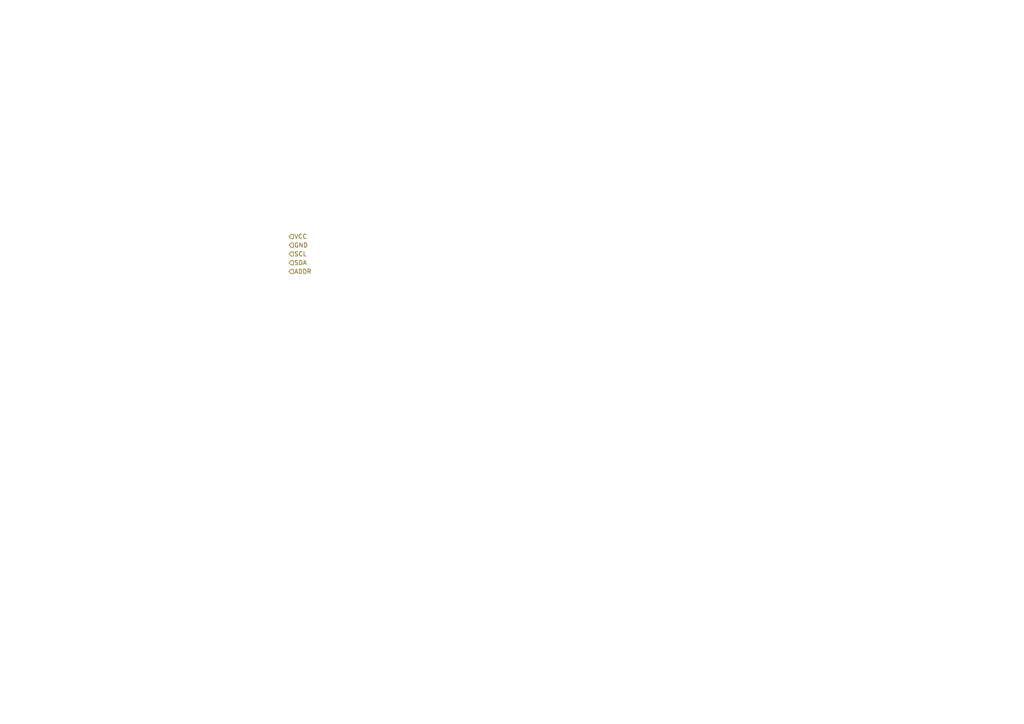
<source format=kicad_sch>
(kicad_sch
	(version 20231120)
	(generator "eeschema")
	(generator_version "8.0")
	(uuid "ebaa7062-46ce-4ce2-a483-7cbc7b096dfa")
	(paper "A4")
	(lib_symbols)
	(hierarchical_label "GND"
		(shape input)
		(at 83.82 71.12 0)
		(effects
			(font
				(size 1.27 1.27)
			)
			(justify left)
		)
		(uuid "3e1d93ca-bfba-46ce-b2d8-5fc3a1b2bc6a")
	)
	(hierarchical_label "SDA"
		(shape input)
		(at 83.82 76.2 0)
		(effects
			(font
				(size 1.27 1.27)
			)
			(justify left)
		)
		(uuid "4a09a3e9-1d2c-442f-ba17-a4561838eb5b")
	)
	(hierarchical_label "VCC"
		(shape input)
		(at 83.82 68.58 0)
		(effects
			(font
				(size 1.27 1.27)
			)
			(justify left)
		)
		(uuid "4ec854de-668d-401b-af29-95d7e3b8a6fc")
	)
	(hierarchical_label "ADDR"
		(shape input)
		(at 83.82 78.74 0)
		(effects
			(font
				(size 1.27 1.27)
			)
			(justify left)
		)
		(uuid "6777d1f0-f3de-4124-b65e-6913ec900bec")
	)
	(hierarchical_label "SCL"
		(shape input)
		(at 83.82 73.66 0)
		(effects
			(font
				(size 1.27 1.27)
			)
			(justify left)
		)
		(uuid "f5227732-d4a9-4a07-ba24-1e4d7ed9dda2")
	)
)

</source>
